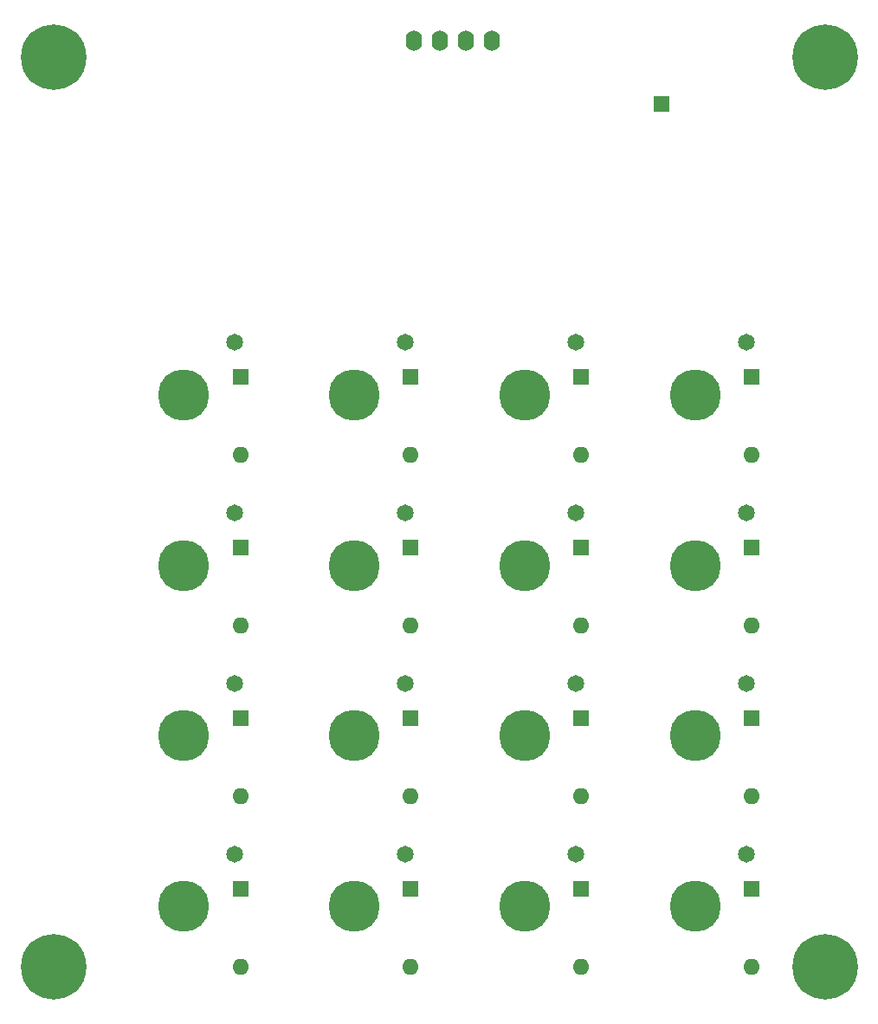
<source format=gts>
G04 #@! TF.GenerationSoftware,KiCad,Pcbnew,7.0.11*
G04 #@! TF.CreationDate,2024-09-20T17:57:02+02:00*
G04 #@! TF.ProjectId,macropad,6d616372-6f70-4616-942e-6b696361645f,rev?*
G04 #@! TF.SameCoordinates,Original*
G04 #@! TF.FileFunction,Soldermask,Top*
G04 #@! TF.FilePolarity,Negative*
%FSLAX46Y46*%
G04 Gerber Fmt 4.6, Leading zero omitted, Abs format (unit mm)*
G04 Created by KiCad (PCBNEW 7.0.11) date 2024-09-20 17:57:02*
%MOMM*%
%LPD*%
G01*
G04 APERTURE LIST*
G04 Aperture macros list*
%AMRoundRect*
0 Rectangle with rounded corners*
0 $1 Rounding radius*
0 $2 $3 $4 $5 $6 $7 $8 $9 X,Y pos of 4 corners*
0 Add a 4 corners polygon primitive as box body*
4,1,4,$2,$3,$4,$5,$6,$7,$8,$9,$2,$3,0*
0 Add four circle primitives for the rounded corners*
1,1,$1+$1,$2,$3*
1,1,$1+$1,$4,$5*
1,1,$1+$1,$6,$7*
1,1,$1+$1,$8,$9*
0 Add four rect primitives between the rounded corners*
20,1,$1+$1,$2,$3,$4,$5,0*
20,1,$1+$1,$4,$5,$6,$7,0*
20,1,$1+$1,$6,$7,$8,$9,0*
20,1,$1+$1,$8,$9,$2,$3,0*%
G04 Aperture macros list end*
%ADD10C,5.000000*%
%ADD11C,1.650000*%
%ADD12O,1.600000X2.000000*%
%ADD13C,6.400000*%
%ADD14RoundRect,0.250000X-0.550000X-0.550000X0.550000X-0.550000X0.550000X0.550000X-0.550000X0.550000X0*%
%ADD15R,1.600000X1.600000*%
%ADD16O,1.600000X1.600000*%
G04 APERTURE END LIST*
D10*
X137431250Y-103831250D03*
D11*
X142431250Y-98681250D03*
D10*
X170768750Y-137168750D03*
D11*
X175768750Y-132018750D03*
D10*
X137431250Y-87162500D03*
D11*
X142431250Y-82012500D03*
D10*
X154100000Y-120500000D03*
D11*
X159100000Y-115350000D03*
D10*
X170768750Y-120500000D03*
D11*
X175768750Y-115350000D03*
D10*
X187437500Y-120500000D03*
D11*
X192437500Y-115350000D03*
D10*
X170768750Y-103831250D03*
D11*
X175768750Y-98681250D03*
D10*
X187437500Y-87162500D03*
D11*
X192437500Y-82012500D03*
D10*
X137431250Y-120500000D03*
D11*
X142431250Y-115350000D03*
D12*
X159973750Y-52537500D03*
X162513750Y-52537500D03*
X165053750Y-52537500D03*
X167593750Y-52537500D03*
D10*
X154100000Y-87162500D03*
D11*
X159100000Y-82012500D03*
D13*
X124731250Y-143068750D03*
D10*
X187437500Y-103831250D03*
D11*
X192437500Y-98681250D03*
D10*
X170768750Y-87162500D03*
D11*
X175768750Y-82012500D03*
D10*
X137431250Y-137168750D03*
D11*
X142431250Y-132018750D03*
D10*
X154100000Y-103831250D03*
D11*
X159100000Y-98681250D03*
D10*
X187437500Y-137168750D03*
D11*
X192437500Y-132018750D03*
D10*
X154100000Y-137168750D03*
D11*
X159100000Y-132018750D03*
D14*
X184150000Y-58737500D03*
D13*
X200137500Y-143068750D03*
X124731250Y-54168750D03*
D15*
X176325000Y-85442500D03*
D16*
X176325000Y-93062500D03*
D15*
X192993750Y-102111250D03*
D16*
X192993750Y-109731250D03*
D15*
X159656250Y-135448750D03*
D16*
X159656250Y-143068750D03*
D15*
X142987500Y-102111250D03*
D16*
X142987500Y-109731250D03*
D15*
X159656250Y-118780000D03*
D16*
X159656250Y-126400000D03*
D15*
X192993750Y-85442500D03*
D16*
X192993750Y-93062500D03*
D15*
X192993750Y-135448750D03*
D16*
X192993750Y-143068750D03*
D15*
X142987500Y-135448750D03*
D16*
X142987500Y-143068750D03*
D15*
X142987500Y-85442500D03*
D16*
X142987500Y-93062500D03*
D15*
X176325000Y-102111250D03*
D16*
X176325000Y-109731250D03*
D13*
X200137500Y-54168750D03*
D15*
X142987500Y-118780000D03*
D16*
X142987500Y-126400000D03*
D15*
X176325000Y-118780000D03*
D16*
X176325000Y-126400000D03*
D15*
X192993750Y-118780000D03*
D16*
X192993750Y-126400000D03*
D15*
X159656250Y-85442500D03*
D16*
X159656250Y-93062500D03*
D15*
X159656250Y-102111250D03*
D16*
X159656250Y-109731250D03*
D15*
X176325000Y-135448750D03*
D16*
X176325000Y-143068750D03*
M02*

</source>
